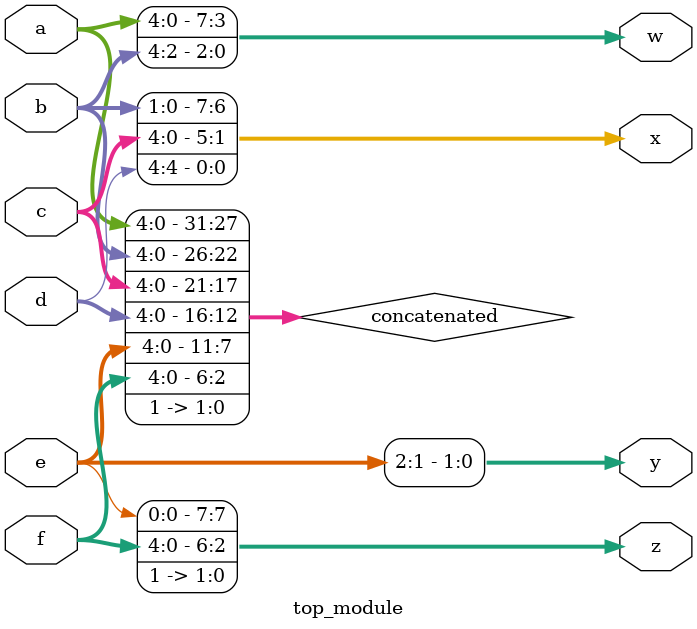
<source format=sv>
module top_module (
    input [4:0] a,
    input [4:0] b,
    input [4:0] c,
    input [4:0] d,
    input [4:0] e,
    input [4:0] f,
    output [7:0] w,
    output [7:0] x,
    output [7:8] y,
    output [7:0] z
);

    wire [31:0] concatenated;
    assign concatenated = {a, b, c, d, e, f, 2'b11};

    assign w = concatenated[31:24];
    assign x = concatenated[23:16];
    assign y = concatenated[15:8];
    assign z = concatenated[7:0];

endmodule

</source>
